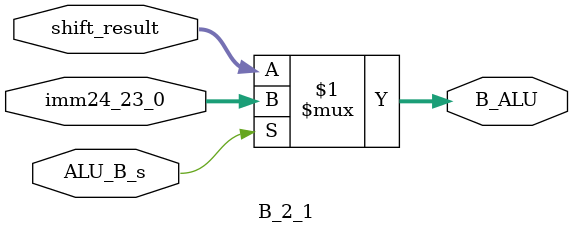
<source format=v>
`timescale 1ns / 1ps


module Jumps_CPU(
        input clk,
        input Rst_Heaps,
        input Rst_IR,
        input Rst_PC,
        input LA,
        input LB,
        input LC,
        input LS,
        input LF,

        output Und_Ins
    );

    wire [31:0] PC_New;
    wire [31:0] ADD_PC;
    wire [31:0] PC_out;
    wire [31:0] M_R_Data;
    wire justice_out;
    wire Write_IR;
    wire Write_PC;
    wire [1:0] type_6_5;
    wire [4:0] imm5;
    wire [7:0] imm5_0;
    wire [11:0] imm12;
    wire [31:0] imm12_7_0_0;
    wire [7:0] imm12_11_8_0;
    wire [1:0] DP;
    wire [1:0] BXL;
    // wire [2:0] IR_27_25;
    wire [3:0] OP_24_21;
    wire [3:0] R_Addr_A;
    wire [3:0] R_Addr_B;
    wire [3:0] R_Addr_C;
    // wire S;
    wire Write_Reg;
    wire [3:0] W_Addr;
    wire [31:0] R_Data_A;
    wire [31:0] R_Data_B;
    wire [31:0] R_Data_C;
    wire [31:0]shift_Data;
    wire [7:0]shift_num;
    wire [2:0]shift_OP;
    wire [1:0] rs_imm_s;
    wire rm_imm_s;
    wire [3:0] ALU_OP;
    wire [31:0] F;
    wire [31:0] shift_Result;
    wire shift_Carry_out;
    wire [3:0] NZCV_result;
    wire [1:0] PC_s;
    wire [3:0] rd;
    wire rd_s;
    wire [24:0] imm24;
    wire [31:0] A_ALU;
    wire [31:0] B_ALU;
    wire ALU_A_s;
    wire ALU_B_s;
    wire [31:0] imm24_23_0;
    
    
    
    ADD_model ADD(
        .A(PC_out),
        .C(ADD_PC)
    );
 
    Reg_PC R_PC(
        .clk(clk),    // Clock input
        .Write_PC(Write_PC), // Write_PC
        .Rst(Rst_PC), // Reset
        .PC_New(PC_New),
        .PC(PC_out)
    );

    Inst_addr inst_addr(
        .clka(clk),    // Clock input
        .addra(PC_out[7:2]),// Address input
        .douta(M_R_Data) // Data output
    );

    justice justice_addr(
        .NZCV(NZCV), // N3 Z2 C1 V0 
        .I_a_out(M_R_Data[31:28]),
        .justice_out(justice_out)
    );

    IR_func IR_fun(
        .Write_IR(Write_IR),
        .M_R_Data(M_R_Data[27:0]),
        .Rst(Rst_IR),
        .Und_Ins(Und_Ins),
        .DP(DP),
        .BXL(BXL),
        .OP(OP_24_21),
        // .IR_27_25(IR_27_25),
        // .S(S),
        .rd(rd),
        .rn(R_Addr_A),
        .rs(R_Addr_C),
        .rm(R_Addr_B),
        .type(type_6_5),
        // .IR_4(IR_4),
        // .IR_8(IR_8),
        .imm5(imm5),
        .imm12(imm12),
        .imm24(imm24)
    );

    control_mode control_mode_0(
        .DP(DP),
        .BXL(BXL),
        // .S(S),
        // .IR_27_25(IR_27_25),
        .OP(OP_24_21),
        // .IR_8(IR_8),
        .type(type_6_5),
        // .IR_4(IR_4),
        .justice_out(justice_out),

        .Write_IR(Write_IR),
        .Write_PC(Write_PC),
        .Write_Reg(Write_Reg),
        .rm_imm_s(rm_imm_s),
        .rs_imm_s(rs_imm_s),
        .shift_OP(shift_OP),
        .ALU_OP(ALU_OP),
        .PC_s(PC_s),
        .rd_s(rd_s),
        .ALU_A_s(ALU_A_s),
        .ALU_B_s(ALU_B_s)
    );
    
    // Instantiate the module to be tested
    Universal_Register_Heap_one dut (
        .R_Addr_A(R_Addr_A),
        .R_Addr_B(R_Addr_B),
        .R_Addr_C(R_Addr_C),
        .Write_Reg(Write_Reg),
        .W_Addr(W_Addr),
        .W_Data(F),
        .clk_(clk),
        .Rst(Rst_Heaps),
        .LA(LA),
        .LB(LB),
        .LC(LC),
        .R_Data_A(R_Data_A),
        .R_Data_B(R_Data_B),
        .R_Data_C(R_Data_C)
    );

    // Instantiate barrel shifter
    barrelshifter32 u_barrelshifter32 (
        .shift_Data(shift_Data),
        .shift_num(shift_num),
        .CF(NZCV_result[1]), // cf connect from ALU
        .shift_OP(shift_OP), // input end there
        .shift_Result(shift_Result),
        .Shift_Carry_out(shift_Carry_out)
    );

    // Instantiate ALU
    ALU u_ALU (
        .A(A_ALU),
        .B(B_ALU), // Use shift output as B input to ALU
        .ALU_OP(ALU_OP),
        .CF(NZCV_result[1]), // Connect carry flag from barrel shifter to ALU
        .VF(NZCV_result[0]), // Adjust VF as needed
        .shiftCout(shift_Carry_out),
        .NZCV_S(LS), // input end there
        .LF(LF),
        .F(F),
        .NZCV(NZCV_result)
    );

    imm12_8_32 imm12_8_32_0(
        .imm12_7_0(imm12[7:0]),
        .imm12_7_0_0(imm12_7_0_0)
    );

    imm12_4_8 imm12_4_8_0(
        .imm12_11_8(imm12[11:8]),
        .imm12_11_8_0(imm12_11_8_0)
    );

    imm5_5_8 imm5_5_8_0(
        .imm5(imm5),
        .imm5_0(imm5_0)
    );

    imm24_24_32 imm24_24_32_0(
        .imm24(imm24),
        .imm24_23_0(imm24_23_0)
    );

    select_2_1 select_2_1_0(
        .D0(R_Data_B),
        .D1(imm12_7_0_0),
        .rm_imm_s(rm_imm_s),
        .F(shift_Data)
    );

    select_3_1 select_3_1_0(
        .D0(imm5_0),
        .D1(R_Data_C[7:0]),
        .D2(imm12_11_8_0),
        .rs_imm_s(rs_imm_s),
        .F(shift_num)
    );

    PC_3_1 PC_3_1_0(
        .F_in(F),
        .B_in(R_Data_B),
        .ADD_in(ADD_PC),
        .PC_s(PC_s),
        .PC_New(PC_New)
    );

    A_2_1 A_2_1_0(
        .PC_in(PC_out),
        .A_in(R_Data_A),
        .ALU_A_s(ALU_A_s),
        .A_out(A_ALU)
    );

    B_2_1 B_2_1_0(
        .shift_result(shift_Result),
        .imm24_23_0(imm24_23_0),
        .ALU_B_s(ALU_B_s),
        .B_ALU(B_ALU)
    );

    rd_2_1 rd_2_1_0(
        .rd_in(rd),
        .rd_s(rd_s),
        .rd_out(W_Addr)
    );
endmodule

module control_mode(
        input [1:0] DP,
        input [1:0] BXL,
        // input S, // 20
        // input [2:0] IR_27_25, // 27-25
        input [3:0] OP, // 24-21
        // input IR_8, // 8
        input [1:0] type, // 6-5
        // input IR_4, // 4
        input justice_out,

        output reg Write_IR,
        output reg Write_PC,
        output reg Write_Reg,
        output reg rm_imm_s,
        output reg [1:0] rs_imm_s,
        output reg [2:0] shift_OP,
        output reg [3:0] ALU_OP,
        output reg [1:0] PC_s,
        output reg rd_s,
        output reg ALU_A_s,
        output reg ALU_B_s
    );
    
    always @(*)begin
        case(OP)
            4'b1000: ALU_OP = 4'b0000; // tst
            4'b1001: ALU_OP = 4'b0001; // teq
            4'b1010: ALU_OP = 4'b0010; // cmp
            4'b1100: ALU_OP = 4'b0100; // cmn
            default: ALU_OP <= OP;
        endcase
        if (DP != 2'b11) begin
            shift_OP = DP[1] ? {3'b111} : {type, OP[0]};
            rm_imm_s = DP[1];
            rs_imm_s = DP;
            Write_IR = ~justice_out;
            Write_Reg = justice_out;
        end
        PC_s = 2'b10;
        if (BXL != 2'b11) begin
            case (BXL)
                2'b00:begin // BX
                    PC_s = 2'b01;
                    Write_PC = 1;
                end
                2'b01:begin // B
                    ALU_A_s = 1;
                    ALU_B_s = 1;
                    ALU_OP = 4'b0100;
                    PC_s = 2'b01;
                    Write_PC = 1;
                end // BL
                2'b10:begin
                    ALU_A_s = 1;
                    ALU_OP = 4'b1100;
                    rd_s = 1;
                    Write_Reg = 1;
                    ALU_A_s = 1;
                    ALU_B_s = 1;
                    ALU_OP = 4'b0100;
                    PC_s = 2'b01;
                    Write_PC = 1;
                end
            endcase
        end
    end

endmodule

module select_2_1(
        input [31:0] D0,
        input [31:0] D1, // imm12[7:0]
        input rm_imm_s,
        output [31:0] F
    );  
    assign F = rm_imm_s ? D1 : D0;
endmodule

module select_3_1 (
        input [7:0] D0, // imm5[11:7]
        input [7:0] D1, // C
        input [7:0] D2, // imm12[11:8]
        input [1:0] rs_imm_s,
        output reg [7:0] F
    );  
    always @(*)begin
        case(rs_imm_s)
            2'b00: F = D0;
            2'b01: F = D1;
            2'b10: F = D2;
            default: F = 8'b0;
        endcase
    end
endmodule

module imm12_8_32(
        input [7:0] imm12_7_0,
        output [31:0] imm12_7_0_0
    );
    assign imm12_7_0_0 = {24'b0, imm12_7_0};
endmodule

module imm12_4_8(
        input [3:0] imm12_11_8,
        output [7:0] imm12_11_8_0
    );
    wire [4:0] shifted_value;

    assign shifted_value = imm12_11_8 << 1;
    assign imm12_11_8_0 = {3'b0, shifted_value};
endmodule

module imm5_5_8(
        input [4:0] imm5,
        output [7:0] imm5_0
    );
    assign imm5_0 = {3'b0, imm5};
endmodule

module imm24_24_32(
        input [23:0] imm24,
        output [31:0] imm24_23_0
    );
    assign imm24_23_0 = {6'b0, imm24_23_0, 2'b00};
endmodule

module PC_3_1 ( 
    input [31:0] F_in,
    input [31:0] B_in,
    input [31:0] ADD_in,
    input [1:0] PC_s,

    output reg [31:0] PC_New
    );

    always @(*)begin
        case(PC_s)
            2'b00: PC_New = ADD_in;
            2'b01: PC_New = B_in;
            2'b10: PC_New = F_in;
        endcase
    end
endmodule

module rd_2_1 (
    input [3:0] rd_in,
    input rd_s,
    output [3:0] rd_out
    );
    assign rd_out = rd_s?4'b1110 : rd_in;
endmodule

module A_2_1 (
    input [31:0] PC_in,
    input [31:0] A_in,
    input ALU_A_s, // BL: 1

    output [31:0] A_out
    );
    assign A_out = ALU_A_s ? PC_in: A_in;
endmodule

module B_2_1 (
    input [31:0] shift_result,
    input [31:0] imm24_23_0,
    input ALU_B_s,

    output [31:0] B_ALU
    );
    assign B_ALU = ALU_B_s? imm24_23_0 : shift_result;
endmodule

</source>
